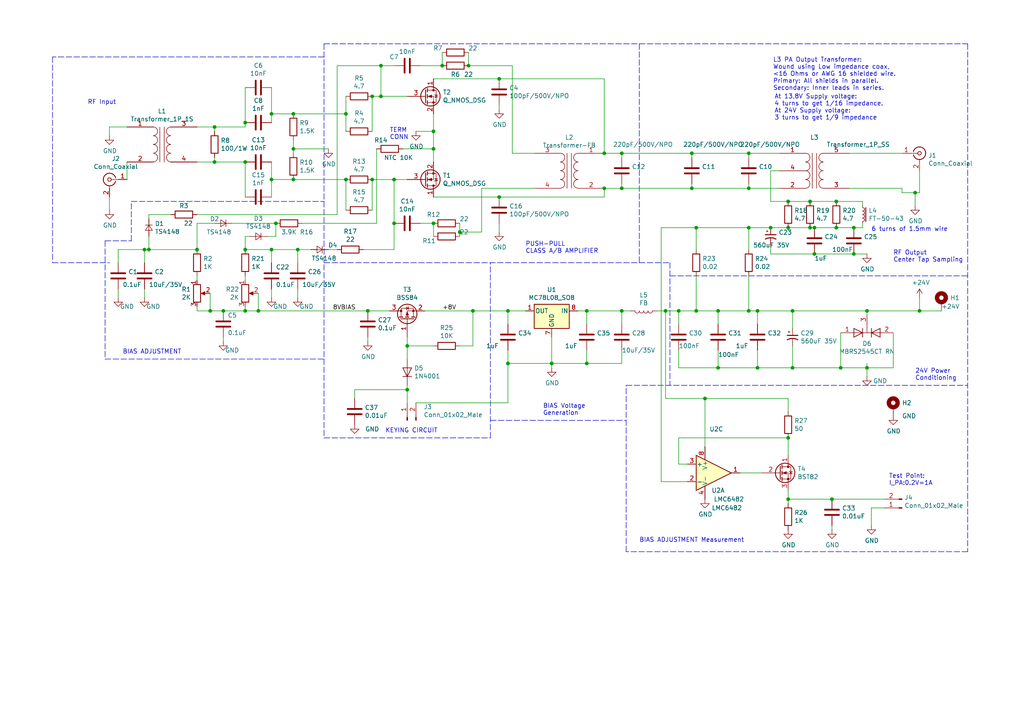
<source format=kicad_sch>
(kicad_sch (version 20211123) (generator eeschema)
  (paper "A4")
  (title_block (title "Munin 3") (date "2021-12-05") (rev "1") (company "Schematics and PCB by Steve Wilson, KA6S. Designed by Kjell Karlsen, LA2NI"))
  (lib_symbols
    (symbol "Amplifier_Operational:LMC6482" (pin_names (offset 0.127))
      (property "Reference" "U" (at 0 5.08 0))
      (property "Value" "Amplifier_Operational_LMC6482" (at 0 -5.08 0))
      (symbol "LMC6482_1_1"
        (pin output line (at 7.62 0 180) (length 2.54) (name "~") (number "1"))
        (pin input line (at -7.62 -2.54 0) (length 2.54) (name "-") (number "2"))
        (pin input line (at -7.62 2.54 0) (length 2.54) (name "+") (number "3"))
      )
      (symbol "LMC6482_2_1"
        (pin input line (at -7.62 2.54 0) (length 2.54) (name "+") (number "5"))
        (pin input line (at -7.62 -2.54 0) (length 2.54) (name "-") (number "6"))
        (pin output line (at 7.62 0 180) (length 2.54) (name "~") (number "7"))
      )
      (symbol "LMC6482_3_1"
        (pin power_in line (at -2.54 -7.62 90) (length 3.81) (name "V-") (number "4"))
        (pin power_in line (at -2.54 7.62 270) (length 3.81) (name "V+") (number "8"))
      )
    )
    (symbol "Connector:Conn_01x02_Male" (pin_names (offset 1.016) hide)
      (property "Reference" "J" (at 0 2.54 0))
      (property "Value" "Connector_Conn_01x02_Male" (at 0 -5.08 0))
      (symbol "Conn_01x02_Male_1_1"
        (pin passive line (at 5.08 0 180) (length 3.81) (name "Pin_1") (number "1"))
        (pin passive line (at 5.08 -2.54 180) (length 3.81) (name "Pin_2") (number "2"))
      )
    )
    (symbol "Connector:Conn_Coaxial" (pin_names (offset 1.016) hide)
      (property "Reference" "J" (at 0.254 3.048 0))
      (property "Value" "Connector_Conn_Coaxial" (at 2.921 0 90))
      (symbol "Conn_Coaxial_1_1"
        (pin passive line (at -5.08 0 0) (length 2.54) (name "In") (number "1"))
        (pin passive line (at 0 -5.08 90) (length 2.54) (name "Ext") (number "2"))
      )
    )
    (symbol "Device:C" (pin_numbers hide) (pin_names (offset 0.254))
      (property "Reference" "C" (at 0.635 2.54 0))
      (property "Value" "Device_C" (at 0.635 -2.54 0))
      (symbol "C_1_1"
        (pin passive line (at 0 3.81 270) (length 2.794) (name "~") (number "1"))
        (pin passive line (at 0 -3.81 90) (length 2.794) (name "~") (number "2"))
      )
    )
    (symbol "Device:CP1_Small" (pin_numbers hide) (pin_names (offset 0.254) hide)
      (property "Reference" "C" (at 0.254 1.778 0))
      (property "Value" "Device_CP1_Small" (at 0.254 -2.032 0))
      (symbol "CP1_Small_1_1"
        (pin passive line (at 0 2.54 270) (length 2.032) (name "~") (number "1"))
        (pin passive line (at 0 -2.54 90) (length 2.032) (name "~") (number "2"))
      )
    )
    (symbol "Device:D_Small" (pin_numbers hide) (pin_names (offset 0.254) hide)
      (property "Reference" "D" (at -1.27 2.032 0))
      (property "Value" "Device_D_Small" (at -3.81 -2.032 0))
      (symbol "D_Small_1_1"
        (pin passive line (at -2.54 0 0) (length 1.778) (name "K") (number "1"))
        (pin passive line (at 2.54 0 180) (length 1.778) (name "A") (number "2"))
      )
    )
    (symbol "Device:D_x2_KCom_AAK" (pin_names (offset 0.762) hide)
      (property "Reference" "D" (at 1.27 -2.54 0))
      (property "Value" "Device_D_x2_KCom_AAK" (at 0 2.54 0))
      (symbol "D_x2_KCom_AAK_0_1"
        (pin passive line (at -7.62 0 0) (length 3.81) (name "A") (number "1"))
        (pin passive line (at 7.62 0 180) (length 3.81) (name "A") (number "2"))
        (pin passive line (at 0 -5.08 90) (length 2.54) (name "K") (number "3"))
      )
    )
    (symbol "Device:L" (pin_numbers hide) (pin_names (offset 1.016) hide)
      (property "Reference" "L" (at -1.27 0 90))
      (property "Value" "Device_L" (at 1.905 0 90))
      (symbol "L_1_1"
        (pin passive line (at 0 3.81 270) (length 1.27) (name "1") (number "1"))
        (pin passive line (at 0 -3.81 90) (length 1.27) (name "2") (number "2"))
      )
    )
    (symbol "Device:L_Core_Iron_Small" (pin_numbers hide) (pin_names (offset 0.254) hide)
      (property "Reference" "L" (at 1.27 1.016 0))
      (property "Value" "Device_L_Core_Iron_Small" (at 1.27 -1.27 0))
      (symbol "L_Core_Iron_Small_1_1"
        (pin passive line (at 0 2.54 270) (length 0.508) (name "~") (number "1"))
        (pin passive line (at 0 -2.54 90) (length 0.508) (name "~") (number "2"))
      )
    )
    (symbol "Device:Q_NMOS_DGS" (pin_names (offset 0) hide)
      (property "Reference" "Q" (at 5.08 1.27 0))
      (property "Value" "Device_Q_NMOS_DGS" (at 5.08 -1.27 0))
      (symbol "Q_NMOS_DGS_1_1"
        (pin passive line (at 2.54 5.08 270) (length 2.54) (name "D") (number "1"))
        (pin input line (at -5.08 0 0) (length 5.08) (name "G") (number "2"))
        (pin passive line (at 2.54 -5.08 90) (length 2.54) (name "S") (number "3"))
      )
    )
    (symbol "Device:Q_NMOS_DSG" (pin_names (offset 0) hide)
      (property "Reference" "Q" (at 5.08 1.27 0))
      (property "Value" "Device_Q_NMOS_DSG" (at 5.08 -1.27 0))
      (symbol "Q_NMOS_DSG_1_1"
        (pin passive line (at 2.54 5.08 270) (length 2.54) (name "D") (number "1"))
        (pin passive line (at 2.54 -5.08 90) (length 2.54) (name "S") (number "2"))
        (pin input line (at -5.08 0 0) (length 5.08) (name "G") (number "3"))
      )
    )
    (symbol "Device:Q_PMOS_GSD" (pin_names (offset 0) hide)
      (property "Reference" "Q" (at 5.08 1.27 0))
      (property "Value" "Device_Q_PMOS_GSD" (at 5.08 -1.27 0))
      (symbol "Q_PMOS_GSD_1_1"
        (pin input line (at -5.08 0 0) (length 5.08) (name "G") (number "1"))
        (pin passive line (at 2.54 -5.08 90) (length 2.54) (name "S") (number "2"))
        (pin passive line (at 2.54 5.08 270) (length 2.54) (name "D") (number "3"))
      )
    )
    (symbol "Device:R" (pin_numbers hide) (pin_names (offset 0))
      (property "Reference" "R" (at 2.032 0 90))
      (property "Value" "Device_R" (at 0 0 90))
      (symbol "R_1_1"
        (pin passive line (at 0 3.81 270) (length 1.27) (name "~") (number "1"))
        (pin passive line (at 0 -3.81 90) (length 1.27) (name "~") (number "2"))
      )
    )
    (symbol "Device:R_POT" (pin_names (offset 1.016) hide)
      (property "Reference" "RV" (at -4.445 0 90))
      (property "Value" "Device_R_POT" (at -2.54 0 90))
      (symbol "R_POT_1_1"
        (pin passive line (at 0 3.81 270) (length 1.27) (name "1") (number "1"))
        (pin passive line (at 3.81 0 180) (length 1.27) (name "2") (number "2"))
        (pin passive line (at 0 -3.81 90) (length 1.27) (name "3") (number "3"))
      )
    )
    (symbol "Device:Transformer_1P_1S" (pin_names (offset 1.016) hide)
      (property "Reference" "T" (at 0 6.35 0))
      (property "Value" "Device_Transformer_1P_1S" (at 0 -7.62 0))
      (symbol "Transformer_1P_1S_1_1"
        (pin passive line (at -10.16 5.08 0) (length 7.62) (name "AA") (number "1"))
        (pin passive line (at -10.16 -5.08 0) (length 7.62) (name "AB") (number "2"))
        (pin passive line (at 10.16 5.08 180) (length 7.62) (name "SB") (number "3"))
        (pin passive line (at 10.16 -5.08 180) (length 7.62) (name "SA") (number "4"))
      )
    )
    (symbol "Device:Transformer_1P_SS" (pin_names (offset 1.016) hide)
      (property "Reference" "T" (at 0 6.35 0))
      (property "Value" "Device_Transformer_1P_SS" (at 0 -7.62 0))
      (symbol "Transformer_1P_SS_1_1"
        (pin passive line (at 10.16 5.08 180) (length 7.62) (name "SB") (number "1"))
        (pin passive line (at 10.16 -5.08 180) (length 7.62) (name "SA") (number "2"))
        (pin passive line (at -10.16 -5.08 0) (length 7.62) (name "AB") (number "3"))
        (pin passive line (at 10.16 0 180) (length 7.62) (name "SC") (number "4"))
        (pin passive line (at -10.16 5.08 0) (length 7.62) (name "AA") (number "5"))
      )
    )
    (symbol "Diode:1N4001" (pin_numbers hide) (pin_names (offset 1.016) hide)
      (property "Reference" "D" (at 0 2.54 0))
      (property "Value" "Diode_1N4001" (at 0 -2.54 0))
      (symbol "1N4001_1_1"
        (pin passive line (at -3.81 0 0) (length 2.54) (name "K") (number "1"))
        (pin passive line (at 3.81 0 180) (length 2.54) (name "A") (number "2"))
      )
    )
    (symbol "Mechanical:MountingHole_Pad" (pin_numbers hide) (pin_names (offset 1.016) hide)
      (property "Reference" "H" (at 0 6.35 0))
      (property "Value" "Mechanical_MountingHole_Pad" (at 0 4.445 0))
      (symbol "MountingHole_Pad_1_1"
        (pin input line (at 0 -2.54 90) (length 2.54) (name "1") (number "1"))
      )
    )
    (symbol "Regulator_Linear:MC78L08_SO8" (pin_names (offset 0.254))
      (property "Reference" "U" (at -3.81 3.175 0))
      (property "Value" "Regulator_Linear_MC78L08_SO8" (at 0 3.175 0))
      (symbol "MC78L08_SO8_1_1"
        (pin power_out line (at 7.62 0 180) (length 2.54) (name "OUT") (number "1"))
        (pin passive line (at 0 -7.62 90) (length 2.54) hide (name "GND") (number "2"))
        (pin passive line (at 0 -7.62 90) (length 2.54) hide (name "GND") (number "3"))
        (pin no_connect line (at -7.62 -2.54 0) (length 2.54) hide (name "NC") (number "4"))
        (pin no_connect line (at 7.62 -2.54 180) (length 2.54) hide (name "NC") (number "5"))
        (pin passive line (at 0 -7.62 90) (length 2.54) hide (name "GND") (number "6"))
        (pin power_in line (at 0 -7.62 90) (length 2.54) (name "GND") (number "7"))
        (pin power_in line (at -7.62 0 0) (length 2.54) (name "IN") (number "8"))
      )
    )
    (symbol "power:+24V" (power) (pin_names (offset 0))
      (property "Value" "power_+24V" (at 0 3.556 0))
      (symbol "+24V_1_1"
        (pin power_in line (at 0 0 90) (length 0) hide (name "+24V") (number "1"))
      )
    )
    (symbol "power:GND" (power) (pin_names (offset 0))
      (property "Value" "power_GND" (at 0 -3.81 0))
      (symbol "GND_1_1"
        (pin power_in line (at 0 0 270) (length 0) hide (name "GND") (number "1"))
      )
    )
  )
  (junction (at 85.09 52.07))
  (junction (at 229.87 106.68))
  (junction (at 175.26 54.61))
  (junction (at 135.89 19.05))
  (junction (at 201.93 90.17))
  (junction (at 60.96 90.17))
  (junction (at 86.36 72.39))
  (junction (at 208.28 90.17))
  (junction (at 125.73 38.1))
  (junction (at 78.74 72.39))
  (junction (at 242.57 66.04))
  (junction (at 114.3 64.77))
  (junction (at 74.93 90.17))
  (junction (at 180.34 90.17))
  (junction (at 62.23 46.99))
  (junction (at 223.52 66.04))
  (junction (at 106.68 90.17))
  (junction (at 128.27 19.05))
  (junction (at 64.77 90.17))
  (junction (at 107.95 52.07))
  (junction (at 243.84 106.68))
  (junction (at 201.93 66.04))
  (junction (at 107.95 27.94))
  (junction (at 147.32 105.41))
  (junction (at 85.09 33.02))
  (junction (at 217.17 90.17))
  (junction (at 196.85 90.17))
  (junction (at 228.6 127))
  (junction (at 242.57 58.42))
  (junction (at 175.26 44.45))
  (junction (at 236.22 66.04))
  (junction (at 200.66 44.45))
  (junction (at 217.17 54.61))
  (junction (at 234.95 58.42))
  (junction (at 125.73 43.18))
  (junction (at 78.74 52.07))
  (junction (at 144.78 22.86))
  (junction (at 266.7 90.17))
  (junction (at 144.78 57.15))
  (junction (at 71.12 72.39))
  (junction (at 180.34 54.61))
  (junction (at 217.17 44.45))
  (junction (at 241.3 144.78))
  (junction (at 57.15 72.39))
  (junction (at 217.17 66.04))
  (junction (at 204.47 115.57))
  (junction (at 228.6 58.42))
  (junction (at 71.12 35.56))
  (junction (at 170.18 90.17))
  (junction (at 229.87 90.17))
  (junction (at 234.95 66.04))
  (junction (at 251.46 106.68))
  (junction (at 62.23 36.83))
  (junction (at 41.91 72.39))
  (junction (at 78.74 33.02))
  (junction (at 251.46 90.17))
  (junction (at 219.71 90.17))
  (junction (at 193.04 90.17))
  (junction (at 43.18 72.39))
  (junction (at 147.32 90.17))
  (junction (at 100.33 52.07))
  (junction (at 160.02 105.41))
  (junction (at 118.11 100.33))
  (junction (at 125.73 64.77))
  (junction (at 236.22 73.66))
  (junction (at 228.6 144.78))
  (junction (at 118.11 113.03))
  (junction (at 228.6 66.04))
  (junction (at 247.65 66.04))
  (junction (at 200.66 54.61))
  (junction (at 265.43 55.88))
  (junction (at 208.28 106.68))
  (junction (at 71.12 46.99))
  (junction (at 133.35 67.31))
  (junction (at 219.71 106.68))
  (junction (at 100.33 33.02))
  (junction (at 180.34 44.45))
  (junction (at 85.09 43.18))
  (junction (at 110.49 27.94))
  (junction (at 110.49 19.05))
  (junction (at 71.12 90.17))
  (junction (at 137.16 90.17))
  (junction (at 247.65 73.66))
  (junction (at 80.01 64.77))
  (junction (at 170.18 105.41))
  (junction (at 114.3 52.07))
  (wire (pts (xy 34.29 72.39) (xy 34.29 76.2)))
  (polyline (pts (xy 142.24 121.92) (xy 181.61 121.92)))
  (wire (pts (xy 200.66 45.72) (xy 200.66 44.45)))
  (wire (pts (xy 180.34 93.98) (xy 180.34 90.17)))
  (wire (pts (xy 148.59 44.45) (xy 154.94 44.45)))
  (polyline (pts (xy 30.48 104.14) (xy 93.98 104.14)))
  (wire (pts (xy 219.71 106.68) (xy 229.87 106.68)))
  (wire (pts (xy 241.3 144.78) (xy 256.54 144.78)))
  (wire (pts (xy 196.85 93.98) (xy 196.85 90.17)))
  (wire (pts (xy 191.77 139.7) (xy 191.77 66.04)))
  (wire (pts (xy 251.46 109.22) (xy 251.46 106.68)))
  (wire (pts (xy 137.16 90.17) (xy 147.32 90.17)))
  (wire (pts (xy 86.36 86.36) (xy 86.36 83.82)))
  (wire (pts (xy 250.19 66.04) (xy 250.19 64.77)))
  (wire (pts (xy 78.74 83.82) (xy 78.74 86.36)))
  (wire (pts (xy 78.74 33.02) (xy 78.74 35.56)))
  (wire (pts (xy 219.71 93.98) (xy 219.71 90.17)))
  (wire (pts (xy 208.28 106.68) (xy 219.71 106.68)))
  (wire (pts (xy 125.73 57.15) (xy 144.78 57.15)))
  (wire (pts (xy 229.87 100.33) (xy 229.87 106.68)))
  (wire (pts (xy 109.22 64.77) (xy 109.22 43.18)))
  (wire (pts (xy 86.36 72.39) (xy 86.36 76.2)))
  (wire (pts (xy 85.09 52.07) (xy 78.74 52.07)))
  (wire (pts (xy 201.93 90.17) (xy 208.28 90.17)))
  (wire (pts (xy 229.87 90.17) (xy 251.46 90.17)))
  (wire (pts (xy 135.89 15.24) (xy 135.89 19.05)))
  (wire (pts (xy 246.38 44.45) (xy 261.62 44.45)))
  (wire (pts (xy 241.3 153.67) (xy 241.3 152.4)))
  (wire (pts (xy 60.96 90.17) (xy 64.77 90.17)))
  (wire (pts (xy 57.15 62.23) (xy 97.79 62.23)))
  (polyline (pts (xy 38.1 58.42) (xy 93.98 58.42)))
  (wire (pts (xy 208.28 101.6) (xy 208.28 106.68)))
  (wire (pts (xy 243.84 106.68) (xy 251.46 106.68)))
  (wire (pts (xy 100.33 33.02) (xy 100.33 38.1)))
  (wire (pts (xy 139.7 54.61) (xy 154.94 54.61)))
  (wire (pts (xy 196.85 101.6) (xy 196.85 106.68)))
  (wire (pts (xy 34.29 83.82) (xy 34.29 86.36)))
  (polyline (pts (xy 93.98 12.7) (xy 280.67 12.7)))
  (wire (pts (xy 144.78 67.31) (xy 144.78 64.77)))
  (wire (pts (xy 170.18 93.98) (xy 170.18 90.17)))
  (wire (pts (xy 223.52 58.42) (xy 228.6 58.42)))
  (wire (pts (xy 228.6 144.78) (xy 228.6 146.05)))
  (polyline (pts (xy 185.42 12.7) (xy 185.42 76.2)))
  (wire (pts (xy 121.92 64.77) (xy 125.73 64.77)))
  (wire (pts (xy 125.73 22.86) (xy 144.78 22.86)))
  (wire (pts (xy 123.19 90.17) (xy 137.16 90.17)))
  (wire (pts (xy 41.91 76.2) (xy 41.91 72.39)))
  (wire (pts (xy 217.17 72.39) (xy 217.17 66.04)))
  (wire (pts (xy 95.25 43.18) (xy 85.09 43.18)))
  (wire (pts (xy 229.87 106.68) (xy 243.84 106.68)))
  (wire (pts (xy 228.6 142.24) (xy 228.6 144.78)))
  (wire (pts (xy 125.73 46.99) (xy 125.73 43.18)))
  (polyline (pts (xy 38.1 69.85) (xy 38.1 58.42)))
  (wire (pts (xy 133.35 68.58) (xy 133.35 67.31)))
  (wire (pts (xy 247.65 73.66) (xy 236.22 73.66)))
  (polyline (pts (xy 181.61 111.76) (xy 280.67 111.76)))
  (wire (pts (xy 234.95 58.42) (xy 242.57 58.42)))
  (wire (pts (xy 114.3 72.39) (xy 114.3 64.77)))
  (wire (pts (xy 78.74 46.99) (xy 78.74 52.07)))
  (wire (pts (xy 80.01 64.77) (xy 67.31 64.77)))
  (wire (pts (xy 242.57 66.04) (xy 247.65 66.04)))
  (wire (pts (xy 80.01 68.58) (xy 80.01 64.77)))
  (wire (pts (xy 41.91 86.36) (xy 41.91 83.82)))
  (wire (pts (xy 71.12 35.56) (xy 71.12 25.4)))
  (wire (pts (xy 118.11 104.14) (xy 118.11 100.33)))
  (wire (pts (xy 228.6 127) (xy 228.6 132.08)))
  (wire (pts (xy 196.85 127) (xy 196.85 134.62)))
  (wire (pts (xy 180.34 101.6) (xy 180.34 105.41)))
  (wire (pts (xy 265.43 55.88) (xy 266.7 55.88)))
  (wire (pts (xy 78.74 72.39) (xy 86.36 72.39)))
  (wire (pts (xy 31.75 39.37) (xy 31.75 36.83)))
  (wire (pts (xy 71.12 81.28) (xy 71.12 80.01)))
  (polyline (pts (xy 181.61 160.02) (xy 181.61 111.76)))
  (wire (pts (xy 147.32 105.41) (xy 160.02 105.41)))
  (wire (pts (xy 201.93 80.01) (xy 201.93 90.17)))
  (wire (pts (xy 180.34 44.45) (xy 200.66 44.45)))
  (wire (pts (xy 62.23 45.72) (xy 62.23 46.99)))
  (wire (pts (xy 64.77 99.06) (xy 64.77 97.79)))
  (wire (pts (xy 170.18 90.17) (xy 167.64 90.17)))
  (wire (pts (xy 102.87 113.03) (xy 118.11 113.03)))
  (polyline (pts (xy 93.98 12.7) (xy 93.98 127)))
  (wire (pts (xy 64.77 90.17) (xy 71.12 90.17)))
  (wire (pts (xy 71.12 90.17) (xy 74.93 90.17)))
  (wire (pts (xy 204.47 115.57) (xy 228.6 115.57)))
  (wire (pts (xy 43.18 72.39) (xy 41.91 72.39)))
  (wire (pts (xy 100.33 52.07) (xy 100.33 60.96)))
  (wire (pts (xy 180.34 90.17) (xy 170.18 90.17)))
  (wire (pts (xy 62.23 36.83) (xy 71.12 36.83)))
  (wire (pts (xy 31.75 60.96) (xy 31.75 57.15)))
  (wire (pts (xy 110.49 27.94) (xy 110.49 19.05)))
  (polyline (pts (xy 142.24 127) (xy 142.24 76.2)))
  (wire (pts (xy 120.65 38.1) (xy 125.73 38.1)))
  (wire (pts (xy 107.95 52.07) (xy 114.3 52.07)))
  (wire (pts (xy 110.49 19.05) (xy 114.3 19.05)))
  (polyline (pts (xy 15.24 16.51) (xy 15.24 76.2)))
  (wire (pts (xy 252.73 147.32) (xy 256.54 147.32)))
  (wire (pts (xy 228.6 66.04) (xy 234.95 66.04)))
  (wire (pts (xy 116.84 43.18) (xy 125.73 43.18)))
  (wire (pts (xy 223.52 73.66) (xy 236.22 73.66)))
  (wire (pts (xy 193.04 115.57) (xy 204.47 115.57)))
  (wire (pts (xy 251.46 106.68) (xy 251.46 105.41)))
  (wire (pts (xy 228.6 66.04) (xy 223.52 66.04)))
  (wire (pts (xy 246.38 54.61) (xy 261.62 54.61)))
  (wire (pts (xy 252.73 152.4) (xy 252.73 147.32)))
  (wire (pts (xy 78.74 52.07) (xy 78.74 57.15)))
  (wire (pts (xy 114.3 52.07) (xy 118.11 52.07)))
  (wire (pts (xy 200.66 44.45) (xy 217.17 44.45)))
  (wire (pts (xy 175.26 57.15) (xy 175.26 54.61)))
  (wire (pts (xy 43.18 72.39) (xy 43.18 68.58)))
  (wire (pts (xy 265.43 59.69) (xy 265.43 55.88)))
  (wire (pts (xy 57.15 46.99) (xy 62.23 46.99)))
  (wire (pts (xy 118.11 100.33) (xy 125.73 100.33)))
  (wire (pts (xy 236.22 66.04) (xy 242.57 66.04)))
  (wire (pts (xy 62.23 38.1) (xy 62.23 36.83)))
  (wire (pts (xy 247.65 66.04) (xy 250.19 66.04)))
  (wire (pts (xy 97.79 62.23) (xy 97.79 19.05)))
  (wire (pts (xy 125.73 64.77) (xy 125.73 68.58)))
  (wire (pts (xy 242.57 58.42) (xy 250.19 58.42)))
  (wire (pts (xy 125.73 43.18) (xy 125.73 38.1)))
  (wire (pts (xy 266.7 49.53) (xy 266.7 55.88)))
  (wire (pts (xy 86.36 72.39) (xy 90.17 72.39)))
  (wire (pts (xy 135.89 19.05) (xy 148.59 19.05)))
  (wire (pts (xy 41.91 72.39) (xy 34.29 72.39)))
  (wire (pts (xy 219.71 101.6) (xy 219.71 106.68)))
  (wire (pts (xy 77.47 68.58) (xy 80.01 68.58)))
  (wire (pts (xy 243.84 96.52) (xy 243.84 106.68)))
  (polyline (pts (xy 93.98 16.51) (xy 15.24 16.51)))
  (wire (pts (xy 85.09 33.02) (xy 100.33 33.02)))
  (wire (pts (xy 147.32 93.98) (xy 147.32 90.17)))
  (wire (pts (xy 148.59 19.05) (xy 148.59 44.45)))
  (wire (pts (xy 217.17 44.45) (xy 217.17 45.72)))
  (wire (pts (xy 196.85 127) (xy 228.6 127)))
  (wire (pts (xy 60.96 85.09) (xy 60.96 90.17)))
  (wire (pts (xy 266.7 86.36) (xy 266.7 90.17)))
  (wire (pts (xy 226.06 49.53) (xy 223.52 49.53)))
  (wire (pts (xy 208.28 90.17) (xy 217.17 90.17)))
  (polyline (pts (xy 194.31 76.2) (xy 194.31 111.76)))
  (wire (pts (xy 251.46 90.17) (xy 266.7 90.17)))
  (wire (pts (xy 234.95 66.04) (xy 236.22 66.04)))
  (wire (pts (xy 160.02 105.41) (xy 160.02 106.68)))
  (wire (pts (xy 118.11 97.79) (xy 118.11 100.33)))
  (wire (pts (xy 217.17 54.61) (xy 226.06 54.61)))
  (wire (pts (xy 106.68 99.06) (xy 106.68 97.79)))
  (wire (pts (xy 128.27 19.05) (xy 128.27 15.24)))
  (wire (pts (xy 107.95 27.94) (xy 110.49 27.94)))
  (wire (pts (xy 107.95 27.94) (xy 107.95 38.1)))
  (wire (pts (xy 43.18 62.23) (xy 43.18 63.5)))
  (wire (pts (xy 137.16 100.33) (xy 137.16 90.17)))
  (wire (pts (xy 62.23 46.99) (xy 71.12 46.99)))
  (wire (pts (xy 214.63 137.16) (xy 220.98 137.16)))
  (wire (pts (xy 74.93 85.09) (xy 74.93 90.17)))
  (wire (pts (xy 31.75 36.83) (xy 36.83 36.83)))
  (wire (pts (xy 133.35 67.31) (xy 133.35 64.77)))
  (polyline (pts (xy 280.67 12.7) (xy 280.67 160.02)))
  (wire (pts (xy 182.88 90.17) (xy 180.34 90.17)))
  (wire (pts (xy 201.93 66.04) (xy 201.93 72.39)))
  (wire (pts (xy 114.3 52.07) (xy 114.3 64.77)))
  (wire (pts (xy 175.26 54.61) (xy 180.34 54.61)))
  (wire (pts (xy 49.53 62.23) (xy 43.18 62.23)))
  (polyline (pts (xy 93.98 127) (xy 142.24 127)))
  (wire (pts (xy 196.85 106.68) (xy 208.28 106.68)))
  (wire (pts (xy 74.93 90.17) (xy 106.68 90.17)))
  (wire (pts (xy 110.49 27.94) (xy 118.11 27.94)))
  (wire (pts (xy 190.5 90.17) (xy 193.04 90.17)))
  (wire (pts (xy 180.34 54.61) (xy 200.66 54.61)))
  (wire (pts (xy 223.52 71.12) (xy 223.52 73.66)))
  (wire (pts (xy 223.52 66.04) (xy 217.17 66.04)))
  (wire (pts (xy 147.32 90.17) (xy 152.4 90.17)))
  (wire (pts (xy 133.35 67.31) (xy 139.7 67.31)))
  (wire (pts (xy 133.35 100.33) (xy 137.16 100.33)))
  (polyline (pts (xy 93.98 76.2) (xy 194.31 76.2)))
  (wire (pts (xy 196.85 90.17) (xy 201.93 90.17)))
  (wire (pts (xy 113.03 90.17) (xy 106.68 90.17)))
  (wire (pts (xy 57.15 90.17) (xy 60.96 90.17)))
  (wire (pts (xy 57.15 72.39) (xy 57.15 64.77)))
  (wire (pts (xy 223.52 49.53) (xy 223.52 58.42)))
  (wire (pts (xy 228.6 144.78) (xy 241.3 144.78)))
  (wire (pts (xy 200.66 54.61) (xy 217.17 54.61)))
  (wire (pts (xy 85.09 33.02) (xy 78.74 33.02)))
  (wire (pts (xy 71.12 68.58) (xy 72.39 68.58)))
  (wire (pts (xy 193.04 90.17) (xy 193.04 115.57)))
  (wire (pts (xy 261.62 55.88) (xy 265.43 55.88)))
  (wire (pts (xy 144.78 31.75) (xy 144.78 30.48)))
  (wire (pts (xy 102.87 115.57) (xy 102.87 113.03)))
  (wire (pts (xy 219.71 90.17) (xy 229.87 90.17)))
  (wire (pts (xy 57.15 64.77) (xy 62.23 64.77)))
  (wire (pts (xy 160.02 97.79) (xy 160.02 105.41)))
  (wire (pts (xy 57.15 81.28) (xy 57.15 80.01)))
  (wire (pts (xy 71.12 46.99) (xy 71.12 57.15)))
  (wire (pts (xy 120.65 116.84) (xy 147.32 116.84)))
  (wire (pts (xy 228.6 119.38) (xy 228.6 115.57)))
  (wire (pts (xy 107.95 52.07) (xy 107.95 60.96)))
  (wire (pts (xy 118.11 111.76) (xy 118.11 113.03)))
  (wire (pts (xy 139.7 67.31) (xy 139.7 54.61)))
  (wire (pts (xy 78.74 76.2) (xy 78.74 72.39)))
  (wire (pts (xy 85.09 40.64) (xy 85.09 43.18)))
  (wire (pts (xy 100.33 27.94) (xy 100.33 33.02)))
  (wire (pts (xy 251.46 73.66) (xy 247.65 73.66)))
  (wire (pts (xy 180.34 53.34) (xy 180.34 54.61)))
  (wire (pts (xy 175.26 22.86) (xy 175.26 44.45)))
  (wire (pts (xy 71.12 72.39) (xy 78.74 72.39)))
  (wire (pts (xy 71.12 36.83) (xy 71.12 35.56)))
  (wire (pts (xy 251.46 91.44) (xy 251.46 90.17)))
  (wire (pts (xy 57.15 36.83) (xy 62.23 36.83)))
  (wire (pts (xy 97.79 19.05) (xy 110.49 19.05)))
  (polyline (pts (xy 30.48 69.85) (xy 30.48 104.14)))
  (wire (pts (xy 217.17 90.17) (xy 219.71 90.17)))
  (wire (pts (xy 105.41 72.39) (xy 114.3 72.39)))
  (wire (pts (xy 121.92 19.05) (xy 128.27 19.05)))
  (wire (pts (xy 147.32 116.84) (xy 147.32 105.41)))
  (wire (pts (xy 85.09 43.18) (xy 85.09 44.45)))
  (wire (pts (xy 71.12 72.39) (xy 71.12 68.58)))
  (wire (pts (xy 87.63 64.77) (xy 109.22 64.77)))
  (wire (pts (xy 217.17 66.04) (xy 201.93 66.04)))
  (wire (pts (xy 147.32 101.6) (xy 147.32 105.41)))
  (wire (pts (xy 193.04 90.17) (xy 196.85 90.17)))
  (wire (pts (xy 57.15 72.39) (xy 43.18 72.39)))
  (wire (pts (xy 200.66 53.34) (xy 200.66 54.61)))
  (wire (pts (xy 250.19 58.42) (xy 250.19 59.69)))
  (wire (pts (xy 125.73 38.1) (xy 125.73 33.02)))
  (wire (pts (xy 118.11 113.03) (xy 118.11 116.84)))
  (wire (pts (xy 71.12 88.9) (xy 71.12 90.17)))
  (wire (pts (xy 191.77 66.04) (xy 201.93 66.04)))
  (wire (pts (xy 36.83 52.07) (xy 36.83 46.99)))
  (wire (pts (xy 217.17 54.61) (xy 217.17 53.34)))
  (wire (pts (xy 180.34 105.41) (xy 170.18 105.41)))
  (wire (pts (xy 144.78 22.86) (xy 175.26 22.86)))
  (wire (pts (xy 259.08 106.68) (xy 259.08 96.52)))
  (polyline (pts (xy 15.24 76.2) (xy 31.75 76.2)))
  (wire (pts (xy 196.85 134.62) (xy 199.39 134.62)))
  (wire (pts (xy 217.17 80.01) (xy 217.17 90.17)))
  (wire (pts (xy 170.18 101.6) (xy 170.18 105.41)))
  (wire (pts (xy 229.87 95.25) (xy 229.87 90.17)))
  (polyline (pts (xy 280.67 160.02) (xy 181.61 160.02)))
  (wire (pts (xy 180.34 45.72) (xy 180.34 44.45)))
  (wire (pts (xy 144.78 57.15) (xy 175.26 57.15)))
  (wire (pts (xy 78.74 25.4) (xy 78.74 33.02)))
  (polyline (pts (xy 30.48 69.85) (xy 38.1 69.85)))
  (wire (pts (xy 251.46 106.68) (xy 259.08 106.68)))
  (wire (pts (xy 175.26 44.45) (xy 180.34 44.45)))
  (wire (pts (xy 208.28 93.98) (xy 208.28 90.17)))
  (wire (pts (xy 217.17 44.45) (xy 226.06 44.45)))
  (wire (pts (xy 228.6 58.42) (xy 234.95 58.42)))
  (wire (pts (xy 95.25 72.39) (xy 97.79 72.39)))
  (wire (pts (xy 273.05 90.17) (xy 266.7 90.17)))
  (wire (pts (xy 85.09 52.07) (xy 100.33 52.07)))
  (wire (pts (xy 261.62 54.61) (xy 261.62 55.88)))
  (wire (pts (xy 170.18 105.41) (xy 160.02 105.41)))
  (wire (pts (xy 199.39 139.7) (xy 191.77 139.7)))
  (polyline (pts (xy 194.31 80.01) (xy 280.67 80.01)))
  (wire (pts (xy 204.47 129.54) (xy 204.47 115.57)))
  (wire (pts (xy 57.15 88.9) (xy 57.15 90.17)))
  (text "KEYING CIRCUIT" (at 111.76 125.73 0) (effects (font (size 1.27 1.27)) (justify left bottom)))
  (text "TERM\nCONN" (at 113.03 40.64 0) (effects (font (size 1.27 1.27)) (justify left bottom)))
  (text "6 turns of 1.5mm wire" (at 252.73 67.31 0) (effects (font (size 1.27 1.27)) (justify left bottom)))
  (text "At 13,8V Supply voltage:\n4 turns to get 1/16 impedance.\nAt 24V Supply voltage:\n3 turns to get 1/9 impedance" (at 224.6 35 0) (effects (font (size 1.27 1.27)) (justify left bottom)))
  (text "BIAS ADJUSTMENT Measurement\n" (at 185.42 157.48 0) (effects (font (size 1.27 1.27)) (justify left bottom)))
  (text "24V Power\nConditioning\n" (at 265.43 110.49 0) (effects (font (size 1.27 1.27)) (justify left bottom)))
  (text "BIAS ADJUSTMENT" (at 35.56 102.87 0) (effects (font (size 1.27 1.27)) (justify left bottom)))
  (text "PUSH-PULL \nCLASS A/B AMPLIFIER" (at 152.4 73.66 0) (effects (font (size 1.27 1.27)) (justify left bottom)))
  (text "BIAS Voltage\nGeneration" (at 157.48 120.65 0) (effects (font (size 1.27 1.27)) (justify left bottom)))
  (text "RF Input" (at 25.4 30.48 0) (effects (font (size 1.27 1.27)) (justify left bottom)))
  (text "Test Point: \nI_PA:0.2V=1A" (at 257.81 140.97 0) (effects (font (size 1.27 1.27)) (justify left bottom)))
  (text "L3 PA Output Transformer:\nWound using Low impedance coax,\n<16 Ohms or AWG 16 shielded wire.\nPrimary: All shields in parallel.\nSecondary: Inner leads in series." (at 224.2 26.4 0) (effects (font (size 1.27 1.27)) (justify left bottom)))
  (text "RF Output\nCenter Tap Sampling" (at 259.08 76.2 0) (effects (font (size 1.27 1.27)) (justify left bottom)))
  (label "+8V" (at 128.27 90.17 0))
  (label "8VBIAS" (at 96.52 90.17 0))
  (symbol (lib_id "Device:Transformer_1P_1S") (at 46.99 41.91 0) (unit 1)
    (property "Reference" "L1" (at 46.99 32.2326 0))
    (property "Value" "Transformer_1P_1S" (at 46.99 34.544 0))
    (property "Footprint" "Transformer_THT:RF_Input_XFMR" (effects hide))
  )
  (symbol (lib_id "power:GND") (at 31.75 60.96 0) (unit 1)
    (property "Reference" "#PWR0101" (effects hide))
    (property "Value" "GND" (at 31.877 65.3542 0))
  )
  (symbol (lib_id "power:GND") (at 31.75 39.37 0) (unit 1)
    (property "Reference" "#PWR0102" (effects hide))
    (property "Value" "GND" (at 31.877 43.7642 0))
  )
  (symbol (lib_id "Device:R") (at 62.23 41.91 0) (unit 1)
    (property "Reference" "R8" (at 64.008 40.7416 0) (effects (justify left)))
    (property "Value" "100/1W" (at 64.008 43.053 0) (effects (justify left)))
    (property "Footprint" "Resistor_SMD:R_1812_4532Metric_Pad1.30x3.40mm_HandSolder" (effects hide))
    (property "Mouser Part Number" " 667-ERJ-12NF1000U" (effects hide))
  )
  (symbol (lib_id "Device:C") (at 74.93 35.56 270) (unit 1)
    (property "Reference" "C8" (at 74.93 29.1592 90))
    (property "Value" "1nF" (at 74.93 31.4706 90))
    (property "Footprint" "Capacitor_SMD:C_0805_2012Metric_Pad1.15x1.40mm_HandSolder" (effects hide))
  )
  (symbol (lib_id "Device:C") (at 74.93 25.4 270) (unit 1)
    (property "Reference" "C6" (at 74.93 18.9992 90))
    (property "Value" "10nF" (at 74.93 21.3106 90))
    (property "Footprint" "Capacitor_SMD:C_0805_2012Metric_Pad1.15x1.40mm_HandSolder" (effects hide))
  )
  (symbol (lib_id "Device:C") (at 74.93 57.15 270) (unit 1)
    (property "Reference" "C15" (at 74.93 50.7492 90))
    (property "Value" "1nF" (at 74.93 53.0606 90))
    (property "Footprint" "Capacitor_SMD:C_0805_2012Metric_Pad1.15x1.40mm_HandSolder" (effects hide))
  )
  (symbol (lib_id "Device:C") (at 74.93 46.99 270) (unit 1)
    (property "Reference" "C13" (at 74.93 40.5892 90))
    (property "Value" "10nF" (at 74.93 42.9006 90))
    (property "Footprint" "Capacitor_SMD:C_0805_2012Metric_Pad1.15x1.40mm_HandSolder" (effects hide))
  )
  (symbol (lib_id "Device:R") (at 85.09 36.83 0) (unit 1)
    (property "Reference" "R9" (at 86.868 35.6616 0) (effects (justify left)))
    (property "Value" "1.5K" (at 86.868 37.973 0) (effects (justify left)))
    (property "Footprint" "Resistor_SMD:R_0805_2012Metric_Pad1.15x1.40mm_HandSolder" (effects hide))
  )
  (symbol (lib_id "Device:R") (at 85.09 48.26 0) (unit 1)
    (property "Reference" "R10" (at 86.868 47.0916 0) (effects (justify left)))
    (property "Value" "1.5K" (at 86.868 49.403 0) (effects (justify left)))
    (property "Footprint" "Resistor_SMD:R_0805_2012Metric_Pad1.15x1.40mm_HandSolder" (effects hide))
  )
  (symbol (lib_id "power:GND") (at 95.25 43.18 0) (unit 1)
    (property "Reference" "#PWR0103" (effects hide))
    (property "Value" "GND" (at 95.377 47.5742 0))
  )
  (symbol (lib_id "Device:R") (at 104.14 27.94 90) (unit 1)
    (property "Reference" "R5" (at 104.14 22.6822 90))
    (property "Value" "4.7" (at 104.14 24.9936 90))
    (property "Footprint" "Resistor_SMD:R_0805_2012Metric_Pad1.15x1.40mm_HandSolder" (effects hide))
  )
  (symbol (lib_id "Device:R") (at 104.14 38.1 90) (unit 1)
    (property "Reference" "R4" (at 104.14 32.8422 90))
    (property "Value" "4.7" (at 104.14 35.1536 90))
    (property "Footprint" "Resistor_SMD:R_0805_2012Metric_Pad1.15x1.40mm_HandSolder" (effects hide))
  )
  (symbol (lib_id "Device:R") (at 104.14 52.07 90) (unit 1)
    (property "Reference" "R13" (at 104.14 46.8122 90))
    (property "Value" "4.7" (at 104.14 49.1236 90))
    (property "Footprint" "Resistor_SMD:R_0805_2012Metric_Pad1.15x1.40mm_HandSolder" (effects hide))
  )
  (symbol (lib_id "Device:R") (at 104.14 60.96 90) (unit 1)
    (property "Reference" "R15" (at 104.14 55.7022 90))
    (property "Value" "4.7" (at 104.14 58.0136 90))
    (property "Footprint" "Resistor_SMD:R_0805_2012Metric_Pad1.15x1.40mm_HandSolder" (effects hide))
  )
  (symbol (lib_id "Device:C") (at 118.11 19.05 270) (unit 1)
    (property "Reference" "C7" (at 114.3 16.51 90))
    (property "Value" "10nF" (at 118.11 14.9606 90))
    (property "Footprint" "Capacitor_SMD:C_0805_2012Metric_Pad1.15x1.40mm_HandSolder" (effects hide))
  )
  (symbol (lib_id "Device:R") (at 132.08 15.24 90) (unit 1)
    (property "Reference" "R7" (at 127 13.97 90))
    (property "Value" "22" (at 137.16 13.97 90))
    (property "Footprint" "Resistor_SMD:R_0805_2012Metric_Pad1.15x1.40mm_HandSolder" (effects hide))
    (property "Mouser Part Number" "660-SG73P2ATTD220G" (effects hide))
  )
  (symbol (lib_id "Device:R") (at 132.08 19.05 90) (unit 1)
    (property "Reference" "R6" (at 132.08 21.59 90))
    (property "Value" "22" (at 135.89 21.59 90))
    (property "Footprint" "Resistor_SMD:R_0805_2012Metric_Pad1.15x1.40mm_HandSolder" (effects hide))
    (property "Mouser Part Number" "660-SG73P2ATTD220G" (effects hide))
  )
  (symbol (lib_id "Device:C") (at 144.78 26.67 0) (unit 1)
    (property "Reference" "C4" (at 147.701 25.5016 0) (effects (justify left)))
    (property "Value" "100pF/500V/NPO" (at 147.701 27.813 0) (effects (justify left)))
    (property "Footprint" "Capacitor_SMD:C_0805_2012Metric_Pad1.15x1.40mm_HandSolder" (effects hide))
    (property "Mouser Part Number" "603-CC206JRNPOBBN101" (effects hide))
  )
  (symbol (lib_id "power:GND") (at 144.78 31.75 0) (unit 1)
    (property "Reference" "#PWR0104" (effects hide))
    (property "Value" "GND" (at 144.907 36.1442 0))
  )
  (symbol (lib_id "power:GND") (at 120.65 38.1 0) (unit 1)
    (property "Reference" "#PWR0105" (effects hide))
    (property "Value" "GND" (at 120.777 42.4942 0))
  )
  (symbol (lib_id "Device:C") (at 118.11 64.77 270) (unit 1)
    (property "Reference" "C14" (at 118.11 58.3692 90))
    (property "Value" "10nF" (at 118.11 60.6806 90))
    (property "Footprint" "Capacitor_SMD:C_0805_2012Metric_Pad1.15x1.40mm_HandSolder" (effects hide))
  )
  (symbol (lib_id "Device:R") (at 129.54 64.77 90) (unit 1)
    (property "Reference" "R12" (at 125.73 62.23 90))
    (property "Value" "22" (at 134.62 63.5 90))
    (property "Footprint" "Resistor_SMD:R_0805_2012Metric_Pad1.15x1.40mm_HandSolder" (effects hide))
    (property "Mouser Part Number" "660-SG73P2ATTD220G" (effects hide))
  )
  (symbol (lib_id "Device:R") (at 129.54 68.58 90) (unit 1)
    (property "Reference" "R11" (at 124.46 69.85 90))
    (property "Value" "22" (at 134.62 67.31 90))
    (property "Footprint" "Resistor_SMD:R_0805_2012Metric_Pad1.15x1.40mm_HandSolder" (effects hide))
    (property "Mouser Part Number" "660-SG73P2ATTD220G" (effects hide))
  )
  (symbol (lib_id "Device:C") (at 144.78 60.96 0) (unit 1)
    (property "Reference" "C16" (at 147.701 59.7916 0) (effects (justify left)))
    (property "Value" "100pF/500V/NPO" (at 147.701 62.103 0) (effects (justify left)))
    (property "Footprint" "Capacitor_SMD:C_1206_3216Metric_Pad1.42x1.75mm_HandSolder" (effects hide))
    (property "Mouser Part Number" "603-CC206JRNPOBBN101" (effects hide))
  )
  (symbol (lib_id "power:GND") (at 144.78 67.31 0) (unit 1)
    (property "Reference" "#PWR0106" (effects hide))
    (property "Value" "GND" (at 144.907 71.7042 0))
  )
  (symbol (lib_id "Device:Transformer_1P_1S") (at 165.1 49.53 0) (mirror y) (unit 1)
    (property "Reference" "L2" (at 165.1 39.8526 0))
    (property "Value" "Transformer-FB" (at 165.1 42.164 0))
    (property "Footprint" "Transformer_THT:RF_FB_XFMR" (effects hide))
  )
  (symbol (lib_id "Device:C") (at 180.34 49.53 0) (unit 1)
    (property "Reference" "C12" (at 183.261 48.3616 0) (effects (justify left)))
    (property "Value" "220pF/500V/NPO" (at 177.8 41.91 0) (effects (justify left)))
    (property "Footprint" "Capacitor_SMD:C_1206_3216Metric_Pad1.42x1.75mm_HandSolder" (effects hide))
    (property "Mouser Part Number" "81-GRM31A5C2H221JW1D" (effects hide))
  )
  (symbol (lib_id "power:GND") (at 265.43 59.69 0) (unit 1)
    (property "Reference" "#PWR0107" (effects hide))
    (property "Value" "GND" (at 265.557 64.0842 0))
  )
  (symbol (lib_id "Device:L_Core_Iron_Small") (at 250.19 62.23 0) (unit 1)
    (property "Reference" "L4" (at 251.9172 61.0616 0) (effects (justify left)))
    (property "Value" "FT-50-43" (at 251.9172 63.373 0) (effects (justify left)))
    (property "Footprint" "Transformer_THT:RF_Choke" (effects hide))
  )
  (symbol (lib_id "Device:R") (at 242.57 62.23 0) (unit 1)
    (property "Reference" "R20" (at 244.348 61.0616 0) (effects (justify left)))
    (property "Value" "4.7" (at 244.348 63.373 0) (effects (justify left)))
    (property "Footprint" "Resistor_SMD:R_0805_2012Metric_Pad1.15x1.40mm_HandSolder" (effects hide))
  )
  (symbol (lib_id "Device:R") (at 234.95 62.23 0) (unit 1)
    (property "Reference" "R19" (at 236.728 61.0616 0) (effects (justify left)))
    (property "Value" "4.7" (at 236.728 63.373 0) (effects (justify left)))
    (property "Footprint" "Resistor_SMD:R_0805_2012Metric_Pad1.15x1.40mm_HandSolder" (effects hide))
  )
  (symbol (lib_id "Device:R") (at 228.6 62.23 0) (unit 1)
    (property "Reference" "R18" (at 230.378 61.0616 0) (effects (justify left)))
    (property "Value" "4.7" (at 230.378 63.373 0) (effects (justify left)))
    (property "Footprint" "Resistor_SMD:R_0805_2012Metric_Pad1.15x1.40mm_HandSolder" (effects hide))
  )
  (symbol (lib_id "Device:C") (at 247.65 69.85 0) (unit 1)
    (property "Reference" "C25" (at 250.571 68.6816 0) (effects (justify left)))
    (property "Value" "100nF" (at 241.3 72.39 0) (effects (justify left)))
    (property "Footprint" "Capacitor_SMD:C_0805_2012Metric_Pad1.15x1.40mm_HandSolder" (effects hide))
    (property "Mouser Part Number" "80-C0805C104J5RAUTO" (effects hide))
  )
  (symbol (lib_id "Device:C") (at 236.22 69.85 0) (unit 1)
    (property "Reference" "C24" (at 239.141 68.6816 0) (effects (justify left)))
    (property "Value" "1uF" (at 236.22 74.93 0) (effects (justify left)))
    (property "Footprint" "Capacitor_SMD:C_0805_2012Metric_Pad1.15x1.40mm_HandSolder" (effects hide))
    (property "Mouser Part Number" "667-EEE-FT1V561AP" (effects hide))
  )
  (symbol (lib_id "power:GND") (at 251.46 73.66 0) (unit 1)
    (property "Reference" "#PWR0108" (effects hide))
    (property "Value" "GND" (at 251.587 78.0542 0))
  )
  (symbol (lib_id "power:+24V") (at 266.7 86.36 0) (unit 1)
    (property "Reference" "#PWR0109" (effects hide))
    (property "Value" "+24V" (at 267.081 81.9658 0))
    (property "Footprint" "MountingHole:MountingHole_4.3mm_M4" (effects hide))
  )
  (symbol (lib_id "power:GND") (at 251.46 109.22 0) (unit 1)
    (property "Reference" "#PWR0110" (effects hide))
    (property "Value" "GND" (at 255.27 110.49 0))
  )
  (symbol (lib_id "Device:CP1_Small") (at 229.87 97.79 0) (unit 1)
    (property "Reference" "C29" (at 232.1814 96.6216 0) (effects (justify left)))
    (property "Value" "560uF 35V" (at 232.1814 98.933 0) (effects (justify left)))
    (property "Footprint" "Capacitor_SMD:CP_Elec_10x10" (effects hide))
    (property "Mouser Part Number" "661-EMZS350ARA561MJA" (effects hide))
  )
  (symbol (lib_id "Device:C") (at 219.71 97.79 0) (unit 1)
    (property "Reference" "C32" (at 222.631 96.6216 0) (effects (justify left)))
    (property "Value" "1uF" (at 213.36 100.33 0) (effects (justify left)))
    (property "Footprint" "Capacitor_SMD:C_0805_2012Metric_Pad1.15x1.40mm_HandSolder" (effects hide))
    (property "Mouser Part Number" "667-EEE-FT1V561AP" (effects hide))
  )
  (symbol (lib_id "Device:C") (at 196.85 97.79 0) (unit 1)
    (property "Reference" "C30" (at 199.771 96.6216 0) (effects (justify left)))
    (property "Value" "100nF" (at 196.85 100.33 0) (effects (justify left)))
    (property "Footprint" "Capacitor_SMD:C_0805_2012Metric_Pad1.15x1.40mm_HandSolder" (effects hide))
    (property "Mouser Part Number" "80-C0805C104J5RAUTO" (effects hide))
  )
  (symbol (lib_id "Device:C") (at 208.28 97.79 0) (unit 1)
    (property "Reference" "C31" (at 211.201 96.6216 0) (effects (justify left)))
    (property "Value" "100nF" (at 208.28 102.87 0) (effects (justify left)))
    (property "Footprint" "Capacitor_SMD:C_0805_2012Metric_Pad1.15x1.40mm_HandSolder" (effects hide))
    (property "Mouser Part Number" "80-C0805C104J5RAUTO" (effects hide))
  )
  (symbol (lib_id "Device:R") (at 201.93 76.2 0) (unit 1)
    (property "Reference" "R23" (at 203.708 75.0316 0) (effects (justify left)))
    (property "Value" "0.02" (at 203.708 77.343 0) (effects (justify left)))
    (property "Footprint" "Resistor_SMD:R_2512_6332Metric_Pad1.52x3.35mm_HandSolder" (effects hide))
    (property "Mouser Part Number" "652-CRA2512FZ-R20ELF" (effects hide))
  )
  (symbol (lib_id "Device:R") (at 217.17 76.2 0) (unit 1)
    (property "Reference" "R24" (at 218.948 75.0316 0) (effects (justify left)))
    (property "Value" "0.02" (at 218.948 77.343 0) (effects (justify left)))
    (property "Footprint" "Resistor_SMD:R_2512_6332Metric_Pad1.52x3.35mm_HandSolder" (effects hide))
    (property "Mouser Part Number" "652-CRA2512FZ-R20ELF" (effects hide))
  )
  (symbol (lib_id "Regulator_Linear:MC78L08_SO8") (at 160.02 90.17 0) (mirror y) (unit 1)
    (property "Reference" "U1" (at 160.02 84.0232 0))
    (property "Value" "MC78L08_SO8" (at 160.02 86.3346 0))
    (property "Footprint" "Package_SO:SOIC-8_3.9x4.9mm_P1.27mm" (effects hide))
    (property "Datasheet" "http://www.fairchildsemi.com/ds/LM/LM78L05A.pdf" (effects hide))
    (property "Mouser Part Number" "511-L78L08ACD-TR" (effects hide))
  )
  (symbol (lib_id "power:GND") (at 160.02 106.68 0) (unit 1)
    (property "Reference" "#PWR0111" (effects hide))
    (property "Value" "GND" (at 160.147 111.0742 0))
  )
  (symbol (lib_id "Device:C") (at 170.18 97.79 0) (unit 1)
    (property "Reference" "C35" (at 173.101 96.6216 0) (effects (justify left)))
    (property "Value" "1uF" (at 163.83 100.33 0) (effects (justify left)))
    (property "Footprint" "Capacitor_SMD:C_0805_2012Metric_Pad1.15x1.40mm_HandSolder" (effects hide))
    (property "Mouser Part Number" "80-C0805C104J5RAUTO" (effects hide))
  )
  (symbol (lib_id "Device:C") (at 180.34 97.79 0) (unit 1)
    (property "Reference" "C28" (at 183.261 96.6216 0) (effects (justify left)))
    (property "Value" "10uF/35V" (at 180.34 101.6 0) (effects (justify left)))
    (property "Footprint" "Capacitor_SMD:C_1206_3216Metric_Pad1.42x1.75mm_HandSolder" (effects hide))
    (property "Mouser Part Number" "GMK316AB7106KL-TR" (effects hide))
  )
  (symbol (lib_id "Device:C") (at 147.32 97.79 0) (unit 1)
    (property "Reference" "C34" (at 150.241 96.6216 0) (effects (justify left)))
    (property "Value" "1uF" (at 140.97 100.33 0) (effects (justify left)))
    (property "Footprint" "Capacitor_SMD:C_0805_2012Metric_Pad1.15x1.40mm_HandSolder" (effects hide))
    (property "Mouser Part Number" "80-C0805C104J5RAUTO" (effects hide))
  )
  (symbol (lib_id "Device:D_x2_KCom_AAK") (at 251.46 96.52 0) (mirror x) (unit 1)
    (property "Reference" "D6" (at 251.46 99.6442 0))
    (property "Value" "MBRS2545CT RN" (at 251.46 101.9556 0))
    (property "Footprint" "Package_TO_SOT_SMD:TO-263-3_TabPin4" (effects hide))
    (property "Datasheet" "https://www.mouser.com/datasheet/2/395/MBRS2535CT_SERIES_M15-1918202.pdf" (effects hide))
    (property "Mouser Part Number" "821-MBRS2545CTRN" (effects hide))
  )
  (symbol (lib_id "Device:R") (at 129.54 100.33 90) (unit 1)
    (property "Reference" "R25" (at 129.54 95.0722 90))
    (property "Value" "10K" (at 129.54 97.3836 90))
    (property "Footprint" "Resistor_SMD:R_0805_2012Metric_Pad1.15x1.40mm_HandSolder" (effects hide))
  )
  (symbol (lib_id "Device:Q_PMOS_GSD") (at 118.11 92.71 90) (unit 1)
    (property "Reference" "T3" (at 118.11 83.9978 90))
    (property "Value" "BSS84" (at 118.11 86.3092 90))
    (property "Footprint" "Package_TO_SOT_SMD:SOT-23" (effects hide))
    (property "Datasheet" "https://www.mouser.com/datasheet/2/916/BSS84AK-1598662.pdf" (effects hide))
    (property "Mouser Part Number" "771-BSS84AKVL" (effects hide))
  )
  (symbol (lib_id "Connector:Conn_01x02_Male") (at 118.11 121.92 90) (unit 1)
    (property "Reference" "J3" (at 122.8852 118.0084 90) (effects (justify right)))
    (property "Value" "Conn_01x02_Male" (at 122.8852 120.3198 90) (effects (justify right)))
    (property "Footprint" "Connector_PinHeader_2.54mm:PinHeader_1x02_P2.54mm_Vertical" (effects hide))
  )
  (symbol (lib_id "Diode:1N4001") (at 118.11 107.95 90) (unit 1)
    (property "Reference" "D5" (at 120.1166 106.7816 90) (effects (justify right)))
    (property "Value" "1N4001" (at 120.1166 109.093 90) (effects (justify right)))
    (property "Footprint" "Diode_SMD:D_0805_2012Metric_Pad1.15x1.40mm_HandSolder" (effects hide))
    (property "Datasheet" "http://www.vishay.com/docs/88503/1n4001.pdf" (effects hide))
  )
  (symbol (lib_id "Device:C") (at 106.68 93.98 0) (unit 1)
    (property "Reference" "C27" (at 109.601 92.8116 0) (effects (justify left)))
    (property "Value" "0.1uF" (at 109.601 95.123 0) (effects (justify left)))
    (property "Footprint" "Capacitor_SMD:C_0805_2012Metric_Pad1.15x1.40mm_HandSolder" (effects hide))
  )
  (symbol (lib_id "Device:L") (at 186.69 90.17 270) (unit 1)
    (property "Reference" "L5" (at 186.69 85.5726 90))
    (property "Value" "FB" (at 186.69 87.884 90))
    (property "Footprint" "Inductor_SMD:L_MUNIN_FB" (effects hide))
    (property "Mouser Part Number" "704-MFBM1V2012-101-R " (effects hide))
  )
  (symbol (lib_id "Device:R_POT") (at 57.15 85.09 0) (unit 1)
    (property "Reference" "R1" (at 55.372 83.9216 0) (effects (justify right)))
    (property "Value" "2K" (at 55.372 86.233 0) (effects (justify right)))
    (property "Footprint" "Potentiometer_THT:Potentiometer_Bourns_3386P_Vertical" (effects hide))
    (property "Datasheet" "https://www.mouser.com/datasheet/2/54/pv12-907348.pdf" (effects hide))
    (property "Mouser Part Number" "81-PV12P202A01B00" (effects hide))
  )
  (symbol (lib_id "Device:R_POT") (at 71.12 85.09 0) (unit 1)
    (property "Reference" "R22" (at 69.3674 83.9216 0) (effects (justify right)))
    (property "Value" "2K" (at 69.3674 86.233 0) (effects (justify right)))
    (property "Footprint" "Potentiometer_THT:Potentiometer_Bourns_3386P_Vertical" (effects hide))
    (property "Datasheet" "https://www.mouser.com/datasheet/2/54/pv12-907348.pdf" (effects hide))
    (property "Mouser Part Number" "81-PV12P202A01B00" (effects hide))
  )
  (symbol (lib_id "Device:R") (at 57.15 76.2 0) (unit 1)
    (property "Reference" "R2" (at 58.928 75.0316 0) (effects (justify left)))
    (property "Value" "1K" (at 58.928 77.343 0) (effects (justify left)))
    (property "Footprint" "Resistor_SMD:R_0805_2012Metric_Pad1.15x1.40mm_HandSolder" (effects hide))
  )
  (symbol (lib_id "Device:R") (at 71.12 76.2 0) (unit 1)
    (property "Reference" "R21" (at 72.898 75.0316 0) (effects (justify left)))
    (property "Value" "1K" (at 72.898 77.343 0) (effects (justify left)))
    (property "Footprint" "Resistor_SMD:R_0805_2012Metric_Pad1.15x1.40mm_HandSolder" (effects hide))
  )
  (symbol (lib_id "Device:C") (at 78.74 80.01 0) (unit 1)
    (property "Reference" "C22" (at 80.01 77.47 0) (effects (justify left)))
    (property "Value" "0.1uF" (at 80.01 82.55 0) (effects (justify left)))
    (property "Footprint" "Capacitor_SMD:C_0805_2012Metric_Pad1.15x1.40mm_HandSolder" (effects hide))
    (property "Mouser Part Number" "0805DD104KAT2A" (effects hide))
  )
  (symbol (lib_id "Device:C") (at 86.36 80.01 0) (unit 1)
    (property "Reference" "C26" (at 89.281 78.8416 0) (effects (justify left)))
    (property "Value" "10uF/35V" (at 87.63 82.55 0) (effects (justify left)))
    (property "Footprint" "Capacitor_SMD:C_1206_3216Metric_Pad1.42x1.75mm_HandSolder" (effects hide))
    (property "Mouser Part Number" "GMK316AB7106KL-TR" (effects hide))
  )
  (symbol (lib_id "power:GND") (at 78.74 86.36 0) (unit 1)
    (property "Reference" "#PWR0112" (effects hide))
    (property "Value" "GND" (at 81.28 88.9 0))
  )
  (symbol (lib_id "power:GND") (at 86.36 86.36 0) (unit 1)
    (property "Reference" "#PWR0113" (effects hide))
    (property "Value" "GND" (at 88.9 88.9 0))
  )
  (symbol (lib_id "Device:C") (at 34.29 80.01 0) (unit 1)
    (property "Reference" "C1" (at 37.211 78.8416 0) (effects (justify left)))
    (property "Value" "0.1uF" (at 35.56 82.55 0) (effects (justify left)))
    (property "Footprint" "Capacitor_SMD:C_0805_2012Metric_Pad1.15x1.40mm_HandSolder" (effects hide))
    (property "Mouser Part Number" "0805DD104KAT2A" (effects hide))
  )
  (symbol (lib_id "Device:C") (at 41.91 80.01 0) (unit 1)
    (property "Reference" "C2" (at 44.831 78.8416 0) (effects (justify left)))
    (property "Value" "10uF/35V" (at 43.18 82.55 0) (effects (justify left)))
    (property "Footprint" "Capacitor_SMD:C_1206_3216Metric_Pad1.42x1.75mm_HandSolder" (effects hide))
    (property "Mouser Part Number" "GMK316AB7106KL-TR" (effects hide))
  )
  (symbol (lib_id "power:GND") (at 34.29 86.36 0) (unit 1)
    (property "Reference" "#PWR0114" (effects hide))
    (property "Value" "GND" (at 36.83 88.9 0))
  )
  (symbol (lib_id "power:GND") (at 41.91 86.36 0) (unit 1)
    (property "Reference" "#PWR0115" (effects hide))
    (property "Value" "GND" (at 44.45 88.9 0))
  )
  (symbol (lib_id "power:GND") (at 64.77 99.06 0) (unit 1)
    (property "Reference" "#PWR0116" (effects hide))
    (property "Value" "GND" (at 67.31 101.6 0))
  )
  (symbol (lib_id "Device:C") (at 64.77 93.98 0) (unit 1)
    (property "Reference" "C5" (at 66.04 91.44 0) (effects (justify left)))
    (property "Value" "0.1uF" (at 66.04 96.52 0) (effects (justify left)))
    (property "Footprint" "Capacitor_SMD:C_0805_2012Metric_Pad1.15x1.40mm_HandSolder" (effects hide))
    (property "Mouser Part Number" "0805DD104KAT2A" (effects hide))
  )
  (symbol (lib_id "power:GND") (at 106.68 99.06 0) (unit 1)
    (property "Reference" "#PWR0117" (effects hide))
    (property "Value" "GND" (at 106.807 103.4542 0))
  )
  (symbol (lib_id "Device:D_Small") (at 43.18 66.04 270) (unit 1)
    (property "Reference" "D1" (at 44.9072 64.8716 90) (effects (justify left)))
    (property "Value" "TS4148" (at 44.9072 67.183 90) (effects (justify left)))
    (property "Footprint" "Diode_SMD:D_0805_2012Metric_Pad1.15x1.40mm_HandSolder" (effects hide))
    (property "Datasheet" "https://www.mouser.com/datasheet/2/395/TS4148_RYG_N1803-1918648.pdf" (effects hide))
    (property "Mouser Part Number" "821-TS4148RYG " (effects hide))
  )
  (symbol (lib_id "Device:D_Small") (at 92.71 72.39 180) (unit 1)
    (property "Reference" "D4" (at 96.52 71.12 0))
    (property "Value" "TS4148" (at 93.98 74.93 0))
    (property "Footprint" "Diode_SMD:D_0805_2012Metric_Pad1.15x1.40mm_HandSolder" (effects hide))
    (property "Datasheet" "https://www.mouser.com/datasheet/2/395/TS4148_RYG_N1803-1918648.pdf" (effects hide))
    (property "Mouser Part Number" "821-TS4148RYG " (effects hide))
  )
  (symbol (lib_id "Device:R") (at 101.6 72.39 270) (unit 1)
    (property "Reference" "R17" (at 101.6 67.1322 90))
    (property "Value" "22" (at 101.6 69.4436 90))
    (property "Footprint" "Resistor_SMD:R_0805_2012Metric_Pad1.15x1.40mm_HandSolder" (effects hide))
  )
  (symbol (lib_id "Device:R") (at 53.34 62.23 270) (unit 1)
    (property "Reference" "R3" (at 53.34 59.69 90))
    (property "Value" "22" (at 54.61 64.77 90))
    (property "Footprint" "Resistor_SMD:R_0805_2012Metric_Pad1.15x1.40mm_HandSolder" (effects hide))
  )
  (symbol (lib_id "Device:D_Small") (at 64.77 64.77 180) (unit 1)
    (property "Reference" "D2" (at 62.23 63.5 0))
    (property "Value" "TS4148" (at 63.5 67.31 0))
    (property "Footprint" "Diode_SMD:D_0805_2012Metric_Pad1.15x1.40mm_HandSolder" (effects hide))
    (property "Datasheet" "https://www.mouser.com/datasheet/2/395/TS4148_RYG_N1803-1918648.pdf" (effects hide))
    (property "Mouser Part Number" "821-TS4148RYG " (effects hide))
  )
  (symbol (lib_id "Device:D_Small") (at 74.93 68.58 180) (unit 1)
    (property "Reference" "D3" (at 74.93 63.373 0))
    (property "Value" "TS4148" (at 74.93 65.6844 0))
    (property "Footprint" "Diode_SMD:D_0805_2012Metric_Pad1.15x1.40mm_HandSolder" (effects hide))
    (property "Datasheet" "https://www.mouser.com/datasheet/2/395/TS4148_RYG_N1803-1918648.pdf" (effects hide))
    (property "Mouser Part Number" "821-TS4148RYG " (effects hide))
  )
  (symbol (lib_id "Device:R") (at 83.82 64.77 270) (unit 1)
    (property "Reference" "R16" (at 88.9 67.31 90))
    (property "Value" "3.9K" (at 83.82 67.31 90))
    (property "Footprint" "Resistor_SMD:R_0805_2012Metric_Pad1.15x1.40mm_HandSolder" (effects hide))
  )
  (symbol (lib_id "Device:R") (at 113.03 43.18 270) (unit 1)
    (property "Reference" "R14" (at 110.49 40.64 90))
    (property "Value" "NTC 10K" (at 115.57 45.72 90))
    (property "Footprint" "Resistor_THT:R_Axial_DIN0204_L3.6mm_D1.6mm_P2.54mm_Vertical" (effects hide))
  )
  (symbol (lib_id "Device:C") (at 102.87 119.38 0) (unit 1)
    (property "Reference" "C37" (at 105.791 118.2116 0) (effects (justify left)))
    (property "Value" "0.01uF" (at 105.791 120.523 0) (effects (justify left)))
    (property "Footprint" "Capacitor_SMD:C_0805_2012Metric_Pad1.15x1.40mm_HandSolder" (effects hide))
    (property "Mouser Part Number" "80-C0805C103K5TAUTO" (effects hide))
  )
  (symbol (lib_id "power:GND") (at 102.87 123.19 0) (unit 1)
    (property "Reference" "#PWR0118" (effects hide))
    (property "Value" "GND" (at 107.95 124.46 0))
  )
  (symbol (lib_id "Device:R") (at 228.6 123.19 0) (unit 1)
    (property "Reference" "R27" (at 230.378 122.0216 0) (effects (justify left)))
    (property "Value" "50" (at 230.378 124.333 0) (effects (justify left)))
    (property "Footprint" "Resistor_SMD:R_0805_2012Metric_Pad1.15x1.40mm_HandSolder" (effects hide))
  )
  (symbol (lib_id "Amplifier_Operational:LMC6482") (at 207.01 137.16 0) (unit 1)
    (property "Reference" "U2" (at 208.28 142.24 0))
    (property "Value" "LMC6482" (at 210.82 147.32 0))
    (property "Footprint" "Package_SO:SOIC-8_3.9x4.9mm_P1.27mm" (effects hide))
    (property "Datasheet" "http://www.ti.com/lit/ds/symlink/lmc6482.pdf" (effects hide))
    (property "Mouser Part Number" "511-LMC6482IST" (effects hide))
  )
  (symbol (lib_id "Device:Q_NMOS_DGS") (at 226.06 137.16 0) (unit 1)
    (property "Reference" "T4" (at 231.2924 135.9916 0) (effects (justify left)))
    (property "Value" "BST82" (at 231.2924 138.303 0) (effects (justify left)))
    (property "Footprint" "Package_TO_SOT_SMD:SOT-23" (effects hide))
    (property "Datasheet" "https://www.mouser.com/datasheet/2/916/BST82-1320196.pdf" (effects hide))
    (property "Mouser Part Number" "771-BST82235" (effects hide))
  )
  (symbol (lib_id "Device:R") (at 228.6 149.86 0) (unit 1)
    (property "Reference" "R26" (at 230.378 148.6916 0) (effects (justify left)))
    (property "Value" "1K" (at 230.378 151.003 0) (effects (justify left)))
    (property "Footprint" "Resistor_SMD:R_0805_2012Metric_Pad1.15x1.40mm_HandSolder" (effects hide))
  )
  (symbol (lib_id "power:GND") (at 228.6 153.67 0) (unit 1)
    (property "Reference" "#PWR0119" (effects hide))
    (property "Value" "GND" (at 228.727 158.0642 0))
  )
  (symbol (lib_id "Connector:Conn_01x02_Male") (at 261.62 147.32 180) (unit 1)
    (property "Reference" "J4" (at 262.3312 144.3228 0) (effects (justify right)))
    (property "Value" "Conn_01x02_Male" (at 262.3312 146.6342 0) (effects (justify right)))
    (property "Footprint" "Connector_PinHeader_2.54mm:PinHeader_1x02_P2.54mm_Vertical" (effects hide))
  )
  (symbol (lib_id "power:GND") (at 252.73 152.4 0) (unit 1)
    (property "Reference" "#PWR0120" (effects hide))
    (property "Value" "GND" (at 252.857 156.7942 0))
  )
  (symbol (lib_id "Device:Transformer_1P_SS") (at 236.22 49.53 0) (mirror y) (unit 1)
    (property "Reference" "L3" (at 236.22 39.8526 0))
    (property "Value" "Transformer_1P_SS" (at 248.92 41.91 0))
    (property "Footprint" "Transformer_THT:HF_Power_Xfmr" (effects hide))
  )
  (symbol (lib_id "Device:C") (at 241.3 148.59 0) (unit 1)
    (property "Reference" "C33" (at 244.221 147.4216 0) (effects (justify left)))
    (property "Value" "0.01uF" (at 244.221 149.733 0) (effects (justify left)))
    (property "Footprint" "Capacitor_SMD:C_0805_2012Metric_Pad1.15x1.40mm_HandSolder" (effects hide))
    (property "Mouser Part Number" "80-C0805C103K5TAUTO" (effects hide))
  )
  (symbol (lib_id "power:GND") (at 241.3 153.67 0) (unit 1)
    (property "Reference" "#PWR0121" (effects hide))
    (property "Value" "GND" (at 241.427 158.0642 0))
  )
  (symbol (lib_id "Device:C") (at 200.66 49.53 0) (unit 1)
    (property "Reference" "C11" (at 203.581 48.3616 0) (effects (justify left)))
    (property "Value" "220pF/500V/NPO" (at 198.12 41.91 0) (effects (justify left)))
    (property "Footprint" "Capacitor_SMD:C_1206_3216Metric_Pad1.42x1.75mm_HandSolder" (effects hide))
    (property "Mouser Part Number" "81-GRM31A5C2H221JW1D" (effects hide))
  )
  (symbol (lib_id "Device:C") (at 217.17 49.53 0) (unit 1)
    (property "Reference" "C10" (at 220.091 48.3616 0) (effects (justify left)))
    (property "Value" "220pF/500V/NPO" (at 214.63 41.91 0) (effects (justify left)))
    (property "Footprint" "Capacitor_SMD:C_1206_3216Metric_Pad1.42x1.75mm_HandSolder" (effects hide))
    (property "Mouser Part Number" "81-GRM31A5C2H221JW1D" (effects hide))
  )
  (symbol (lib_id "Amplifier_Operational:LMC6482") (at 207.01 137.16 0) (unit 3)
    (property "Reference" "U2" (at 205.74 124.46 0) (effects (justify left)))
    (property "Value" "LMC6482" (at 207.01 144.78 0) (effects (justify left)))
    (property "Footprint" "Package_SO:SOIC-8-N7_3.9x4.9mm_P1.27mm" (effects hide))
    (property "Datasheet" "http://www.ti.com/lit/ds/symlink/lmc6482.pdf" (effects hide))
  )
  (symbol (lib_id "power:GND") (at 204.47 144.78 0) (unit 1)
    (property "Reference" "#PWR0122" (effects hide))
    (property "Value" "GND" (at 204.597 149.1742 0))
  )
  (symbol (lib_id "Connector:Conn_Coaxial") (at 31.75 52.07 0) (mirror y) (unit 1)
    (property "Reference" "J2" (at 33.5788 46.0248 0))
    (property "Value" "Conn_Coaxial" (at 33.5788 48.3362 0))
    (property "Footprint" "Connector_Coaxial:SMA_Amphenol_132291_Vertical" (effects hide))
    (property "Datasheet" " ~" (effects hide))
  )
  (symbol (lib_id "Connector:Conn_Coaxial") (at 266.7 44.45 0) (unit 1)
    (property "Reference" "J1" (at 269.24 45.085 0) (effects (justify left)))
    (property "Value" "Conn_Coaxial" (at 269.24 47.3964 0) (effects (justify left)))
    (property "Footprint" "Connector_Coaxial:SMA_Amphenol_132291_Vertical" (effects hide))
    (property "Datasheet" " ~" (effects hide))
  )
  (symbol (lib_id "Device:Q_NMOS_DSG") (at 123.19 27.94 0) (unit 1)
    (property "Reference" "T2" (at 128.4224 26.7716 0) (effects (justify left)))
    (property "Value" "Q_NMOS_DSG" (at 128.4224 29.083 0) (effects (justify left)))
    (property "Footprint" "RF_Module:RD100HHF1" (effects hide))
  )
  (symbol (lib_id "Device:Q_NMOS_DSG") (at 123.19 52.07 0) (mirror x) (unit 1)
    (property "Reference" "T1" (at 128.4224 50.9016 0) (effects (justify left)))
    (property "Value" "Q_NMOS_DSG" (at 128.4224 53.213 0) (effects (justify left)))
    (property "Footprint" "RF_Module:RD100HHF1" (effects hide))
  )
  (symbol (lib_id "Mechanical:MountingHole_Pad") (at 273.05 87.63 0) (unit 1)
    (property "Reference" "H1" (at 275.59 86.3854 0) (effects (justify left)))
    (property "Value" "+24V" (at 273.05 88.9 0) (effects (justify left)))
    (property "Footprint" "MountingHole:MountingHole_11mm_M4_square_Via" (effects hide))
  )
  (symbol (lib_id "power:GND") (at 259.08 120.65 0) (unit 1)
    (property "Reference" "#PWR0123" (effects hide))
    (property "Value" "GND" (at 259.207 125.0442 0))
  )
  (symbol (lib_id "Mechanical:MountingHole_Pad") (at 259.08 118.11 0) (unit 1)
    (property "Reference" "H2" (at 261.62 116.8654 0) (effects (justify left)))
    (property "Value" "GND" (at 261.62 120.65 0) (effects (justify left)))
    (property "Footprint" "MountingHole:MountingHole_11mm_M4_square_Via" (effects hide))
  )
  (symbol (lib_id "Device:CP1_Small") (at 223.52 68.58 0) (unit 1)
    (property "Reference" "C23" (at 225.8314 67.4116 0) (effects (justify left)))
    (property "Value" "560uF 35V" (at 218.44 71.12 0) (effects (justify left)))
    (property "Footprint" "Capacitor_SMD:CP_Elec_10x10" (effects hide))
    (property "Mouser Part Number" "661-EMZS350ARA561MJA" (effects hide))
  )
)
</source>
